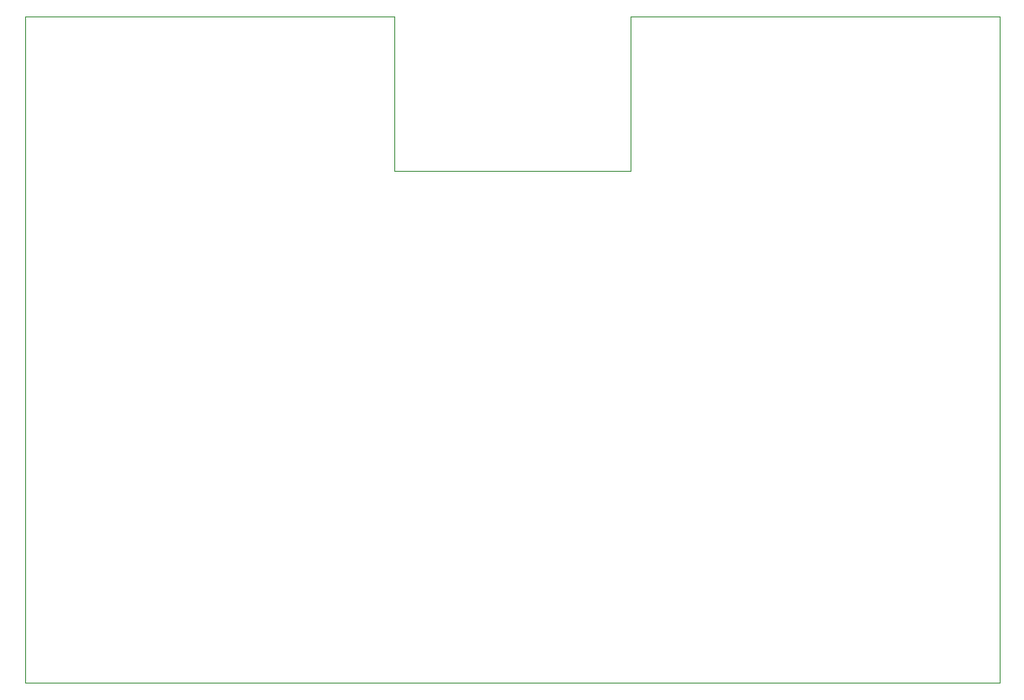
<source format=gbr>
%TF.GenerationSoftware,KiCad,Pcbnew,(5.1.9-0-10_14)*%
%TF.CreationDate,2021-06-12T10:18:14-06:00*%
%TF.ProjectId,template,74656d70-6c61-4746-952e-6b696361645f,rev?*%
%TF.SameCoordinates,Original*%
%TF.FileFunction,Profile,NP*%
%FSLAX46Y46*%
G04 Gerber Fmt 4.6, Leading zero omitted, Abs format (unit mm)*
G04 Created by KiCad (PCBNEW (5.1.9-0-10_14)) date 2021-06-12 10:18:14*
%MOMM*%
%LPD*%
G01*
G04 APERTURE LIST*
%TA.AperFunction,Profile*%
%ADD10C,0.050000*%
%TD*%
%TA.AperFunction,Profile*%
%ADD11C,0.100000*%
%TD*%
G04 APERTURE END LIST*
D10*
X144000000Y-50000000D02*
X180000000Y-50000000D01*
X85000000Y-50000000D02*
X121000000Y-50000000D01*
D11*
X144000000Y-50000000D02*
X144000000Y-65000000D01*
X121000000Y-65000000D02*
X121000000Y-50000000D01*
X144000000Y-65000000D02*
X121000000Y-65000000D01*
X180000000Y-50000000D02*
X180000000Y-115000000D01*
X85000000Y-115000000D02*
X85000000Y-50000000D01*
X180000000Y-115000000D02*
X85000000Y-115000000D01*
M02*

</source>
